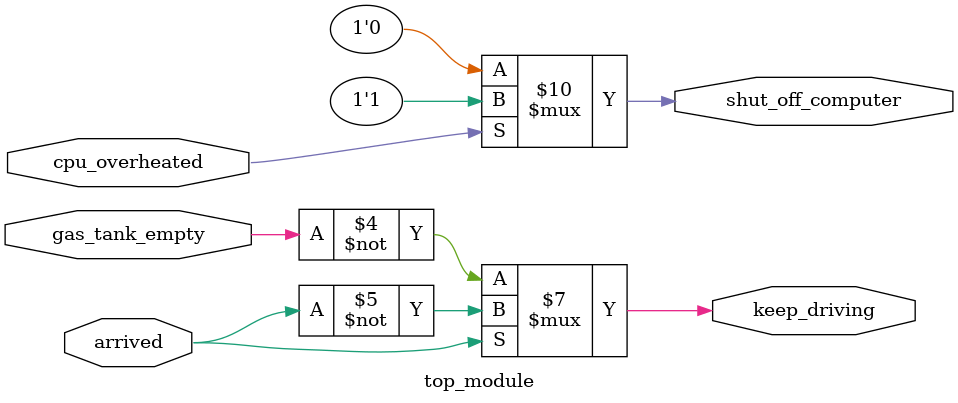
<source format=v>
module top_module (
    input      cpu_overheated,
    output reg shut_off_computer,
    input      arrived,
    input      gas_tank_empty,
    output reg keep_driving  ); //

    always @(*) begin
        if (cpu_overheated)
           shut_off_computer = 1;
        else 
            shut_off_computer = 0;
    end

    always @(*) begin
        if (~arrived)
           keep_driving = ~gas_tank_empty;
        else 
            keep_driving = ~arrived;
    end

endmodule

</source>
